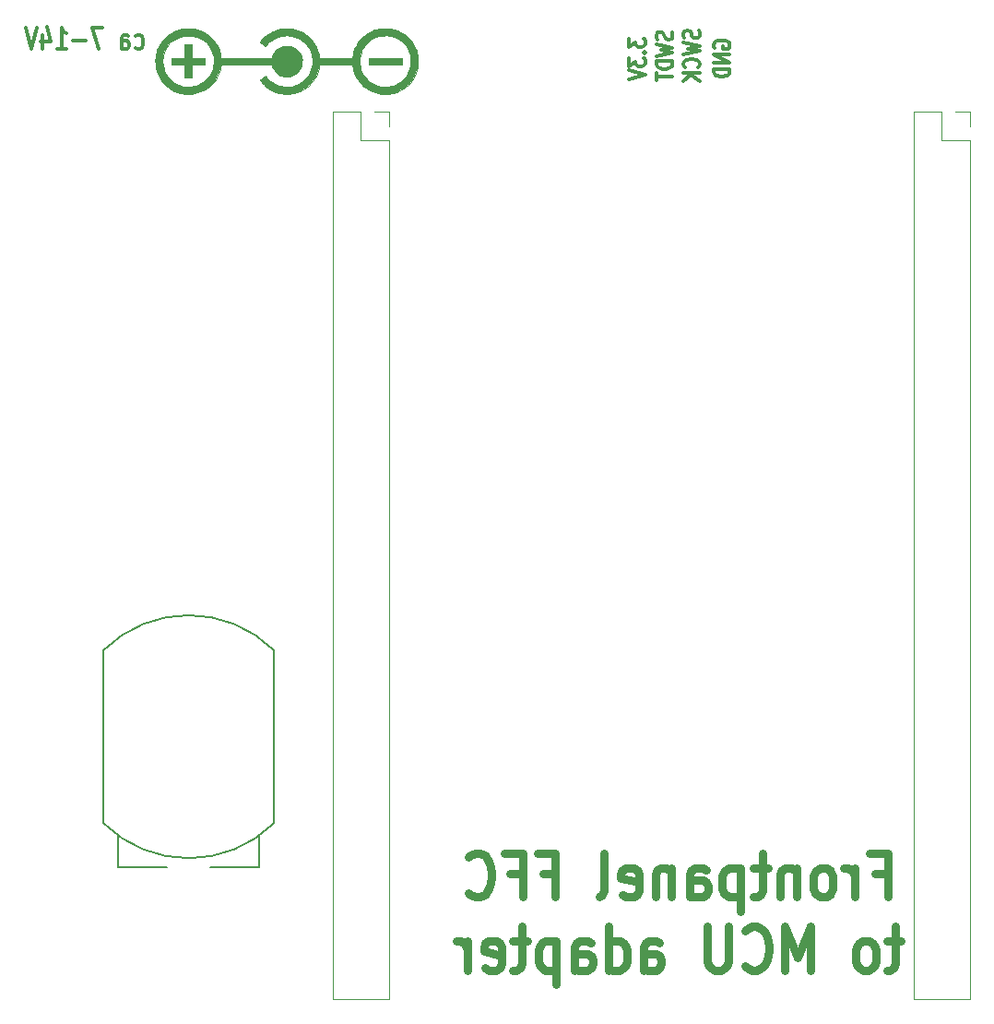
<source format=gbr>
%TF.GenerationSoftware,KiCad,Pcbnew,5.1.9-73d0e3b20d~88~ubuntu18.04.1*%
%TF.CreationDate,2020-12-31T09:15:49+01:00*%
%TF.ProjectId,frontpanel_dev_adapter,66726f6e-7470-4616-9e65-6c5f6465765f,r0.1*%
%TF.SameCoordinates,PX2faf080PY2faf080*%
%TF.FileFunction,Legend,Bot*%
%TF.FilePolarity,Positive*%
%FSLAX46Y46*%
G04 Gerber Fmt 4.6, Leading zero omitted, Abs format (unit mm)*
G04 Created by KiCad (PCBNEW 5.1.9-73d0e3b20d~88~ubuntu18.04.1) date 2020-12-31 09:15:49*
%MOMM*%
%LPD*%
G01*
G04 APERTURE LIST*
%ADD10C,0.300000*%
%ADD11C,0.750000*%
%ADD12C,0.375000*%
%ADD13C,0.010000*%
%ADD14C,0.120000*%
%ADD15C,0.200000*%
G04 APERTURE END LIST*
D10*
X69357142Y-1178571D02*
X69428571Y-1357142D01*
X69428571Y-1654761D01*
X69357142Y-1773809D01*
X69285714Y-1833333D01*
X69142857Y-1892857D01*
X69000000Y-1892857D01*
X68857142Y-1833333D01*
X68785714Y-1773809D01*
X68714285Y-1654761D01*
X68642857Y-1416666D01*
X68571428Y-1297619D01*
X68500000Y-1238095D01*
X68357142Y-1178571D01*
X68214285Y-1178571D01*
X68071428Y-1238095D01*
X68000000Y-1297619D01*
X67928571Y-1416666D01*
X67928571Y-1714285D01*
X68000000Y-1892857D01*
X67928571Y-2309523D02*
X69428571Y-2607142D01*
X68357142Y-2845238D01*
X69428571Y-3083333D01*
X67928571Y-3380952D01*
X69285714Y-4571428D02*
X69357142Y-4511904D01*
X69428571Y-4333333D01*
X69428571Y-4214285D01*
X69357142Y-4035714D01*
X69214285Y-3916666D01*
X69071428Y-3857142D01*
X68785714Y-3797619D01*
X68571428Y-3797619D01*
X68285714Y-3857142D01*
X68142857Y-3916666D01*
X68000000Y-4035714D01*
X67928571Y-4214285D01*
X67928571Y-4333333D01*
X68000000Y-4511904D01*
X68071428Y-4571428D01*
X69428571Y-5107142D02*
X67928571Y-5107142D01*
X69428571Y-5821428D02*
X68571428Y-5285714D01*
X67928571Y-5821428D02*
X68785714Y-5107142D01*
X70750000Y-2797619D02*
X70678571Y-2678571D01*
X70678571Y-2500000D01*
X70750000Y-2321428D01*
X70892857Y-2202380D01*
X71035714Y-2142857D01*
X71321428Y-2083333D01*
X71535714Y-2083333D01*
X71821428Y-2142857D01*
X71964285Y-2202380D01*
X72107142Y-2321428D01*
X72178571Y-2500000D01*
X72178571Y-2619047D01*
X72107142Y-2797619D01*
X72035714Y-2857142D01*
X71535714Y-2857142D01*
X71535714Y-2619047D01*
X72178571Y-3392857D02*
X70678571Y-3392857D01*
X72178571Y-4107142D01*
X70678571Y-4107142D01*
X72178571Y-4702380D02*
X70678571Y-4702380D01*
X70678571Y-5000000D01*
X70750000Y-5178571D01*
X70892857Y-5297619D01*
X71035714Y-5357142D01*
X71321428Y-5416666D01*
X71535714Y-5416666D01*
X71821428Y-5357142D01*
X71964285Y-5297619D01*
X72107142Y-5178571D01*
X72178571Y-5000000D01*
X72178571Y-4702380D01*
X66857142Y-1327380D02*
X66928571Y-1505952D01*
X66928571Y-1803571D01*
X66857142Y-1922619D01*
X66785714Y-1982142D01*
X66642857Y-2041666D01*
X66500000Y-2041666D01*
X66357142Y-1982142D01*
X66285714Y-1922619D01*
X66214285Y-1803571D01*
X66142857Y-1565476D01*
X66071428Y-1446428D01*
X66000000Y-1386904D01*
X65857142Y-1327380D01*
X65714285Y-1327380D01*
X65571428Y-1386904D01*
X65500000Y-1446428D01*
X65428571Y-1565476D01*
X65428571Y-1863095D01*
X65500000Y-2041666D01*
X65428571Y-2458333D02*
X66928571Y-2755952D01*
X65857142Y-2994047D01*
X66928571Y-3232142D01*
X65428571Y-3529761D01*
X66928571Y-4005952D02*
X65428571Y-4005952D01*
X65428571Y-4303571D01*
X65500000Y-4482142D01*
X65642857Y-4601190D01*
X65785714Y-4660714D01*
X66071428Y-4720238D01*
X66285714Y-4720238D01*
X66571428Y-4660714D01*
X66714285Y-4601190D01*
X66857142Y-4482142D01*
X66928571Y-4303571D01*
X66928571Y-4005952D01*
X65428571Y-5077380D02*
X65428571Y-5791666D01*
X66928571Y-5434523D02*
X65428571Y-5434523D01*
X62928571Y-1904761D02*
X62928571Y-2678571D01*
X63500000Y-2261904D01*
X63500000Y-2440476D01*
X63571428Y-2559523D01*
X63642857Y-2619047D01*
X63785714Y-2678571D01*
X64142857Y-2678571D01*
X64285714Y-2619047D01*
X64357142Y-2559523D01*
X64428571Y-2440476D01*
X64428571Y-2083333D01*
X64357142Y-1964285D01*
X64285714Y-1904761D01*
X64285714Y-3214285D02*
X64357142Y-3273809D01*
X64428571Y-3214285D01*
X64357142Y-3154761D01*
X64285714Y-3214285D01*
X64428571Y-3214285D01*
X62928571Y-3690476D02*
X62928571Y-4464285D01*
X63500000Y-4047619D01*
X63500000Y-4226190D01*
X63571428Y-4345238D01*
X63642857Y-4404761D01*
X63785714Y-4464285D01*
X64142857Y-4464285D01*
X64285714Y-4404761D01*
X64357142Y-4345238D01*
X64428571Y-4226190D01*
X64428571Y-3869047D01*
X64357142Y-3750000D01*
X64285714Y-3690476D01*
X62928571Y-4821428D02*
X64428571Y-5238095D01*
X62928571Y-5654761D01*
D11*
X85500000Y-78589285D02*
X86666666Y-78589285D01*
X86666666Y-80684523D02*
X86666666Y-76684523D01*
X85000000Y-76684523D01*
X83666666Y-80684523D02*
X83666666Y-78017857D01*
X83666666Y-78779761D02*
X83500000Y-78398809D01*
X83333333Y-78208333D01*
X83000000Y-78017857D01*
X82666666Y-78017857D01*
X81000000Y-80684523D02*
X81333333Y-80494047D01*
X81500000Y-80303571D01*
X81666666Y-79922619D01*
X81666666Y-78779761D01*
X81500000Y-78398809D01*
X81333333Y-78208333D01*
X81000000Y-78017857D01*
X80500000Y-78017857D01*
X80166666Y-78208333D01*
X80000000Y-78398809D01*
X79833333Y-78779761D01*
X79833333Y-79922619D01*
X80000000Y-80303571D01*
X80166666Y-80494047D01*
X80500000Y-80684523D01*
X81000000Y-80684523D01*
X78333333Y-78017857D02*
X78333333Y-80684523D01*
X78333333Y-78398809D02*
X78166666Y-78208333D01*
X77833333Y-78017857D01*
X77333333Y-78017857D01*
X77000000Y-78208333D01*
X76833333Y-78589285D01*
X76833333Y-80684523D01*
X75666666Y-78017857D02*
X74333333Y-78017857D01*
X75166666Y-76684523D02*
X75166666Y-80113095D01*
X75000000Y-80494047D01*
X74666666Y-80684523D01*
X74333333Y-80684523D01*
X73166666Y-78017857D02*
X73166666Y-82017857D01*
X73166666Y-78208333D02*
X72833333Y-78017857D01*
X72166666Y-78017857D01*
X71833333Y-78208333D01*
X71666666Y-78398809D01*
X71500000Y-78779761D01*
X71500000Y-79922619D01*
X71666666Y-80303571D01*
X71833333Y-80494047D01*
X72166666Y-80684523D01*
X72833333Y-80684523D01*
X73166666Y-80494047D01*
X68500000Y-80684523D02*
X68500000Y-78589285D01*
X68666666Y-78208333D01*
X69000000Y-78017857D01*
X69666666Y-78017857D01*
X70000000Y-78208333D01*
X68500000Y-80494047D02*
X68833333Y-80684523D01*
X69666666Y-80684523D01*
X70000000Y-80494047D01*
X70166666Y-80113095D01*
X70166666Y-79732142D01*
X70000000Y-79351190D01*
X69666666Y-79160714D01*
X68833333Y-79160714D01*
X68500000Y-78970238D01*
X66833333Y-78017857D02*
X66833333Y-80684523D01*
X66833333Y-78398809D02*
X66666666Y-78208333D01*
X66333333Y-78017857D01*
X65833333Y-78017857D01*
X65500000Y-78208333D01*
X65333333Y-78589285D01*
X65333333Y-80684523D01*
X62333333Y-80494047D02*
X62666666Y-80684523D01*
X63333333Y-80684523D01*
X63666666Y-80494047D01*
X63833333Y-80113095D01*
X63833333Y-78589285D01*
X63666666Y-78208333D01*
X63333333Y-78017857D01*
X62666666Y-78017857D01*
X62333333Y-78208333D01*
X62166666Y-78589285D01*
X62166666Y-78970238D01*
X63833333Y-79351190D01*
X60166666Y-80684523D02*
X60500000Y-80494047D01*
X60666666Y-80113095D01*
X60666666Y-76684523D01*
X55000000Y-78589285D02*
X56166666Y-78589285D01*
X56166666Y-80684523D02*
X56166666Y-76684523D01*
X54500000Y-76684523D01*
X52000000Y-78589285D02*
X53166666Y-78589285D01*
X53166666Y-80684523D02*
X53166666Y-76684523D01*
X51500000Y-76684523D01*
X48166666Y-80303571D02*
X48333333Y-80494047D01*
X48833333Y-80684523D01*
X49166666Y-80684523D01*
X49666666Y-80494047D01*
X50000000Y-80113095D01*
X50166666Y-79732142D01*
X50333333Y-78970238D01*
X50333333Y-78398809D01*
X50166666Y-77636904D01*
X50000000Y-77255952D01*
X49666666Y-76875000D01*
X49166666Y-76684523D01*
X48833333Y-76684523D01*
X48333333Y-76875000D01*
X48166666Y-77065476D01*
X87916666Y-84767857D02*
X86583333Y-84767857D01*
X87416666Y-83434523D02*
X87416666Y-86863095D01*
X87250000Y-87244047D01*
X86916666Y-87434523D01*
X86583333Y-87434523D01*
X84916666Y-87434523D02*
X85250000Y-87244047D01*
X85416666Y-87053571D01*
X85583333Y-86672619D01*
X85583333Y-85529761D01*
X85416666Y-85148809D01*
X85250000Y-84958333D01*
X84916666Y-84767857D01*
X84416666Y-84767857D01*
X84083333Y-84958333D01*
X83916666Y-85148809D01*
X83750000Y-85529761D01*
X83750000Y-86672619D01*
X83916666Y-87053571D01*
X84083333Y-87244047D01*
X84416666Y-87434523D01*
X84916666Y-87434523D01*
X79583333Y-87434523D02*
X79583333Y-83434523D01*
X78416666Y-86291666D01*
X77250000Y-83434523D01*
X77250000Y-87434523D01*
X73583333Y-87053571D02*
X73750000Y-87244047D01*
X74250000Y-87434523D01*
X74583333Y-87434523D01*
X75083333Y-87244047D01*
X75416666Y-86863095D01*
X75583333Y-86482142D01*
X75750000Y-85720238D01*
X75750000Y-85148809D01*
X75583333Y-84386904D01*
X75416666Y-84005952D01*
X75083333Y-83625000D01*
X74583333Y-83434523D01*
X74250000Y-83434523D01*
X73750000Y-83625000D01*
X73583333Y-83815476D01*
X72083333Y-83434523D02*
X72083333Y-86672619D01*
X71916666Y-87053571D01*
X71750000Y-87244047D01*
X71416666Y-87434523D01*
X70750000Y-87434523D01*
X70416666Y-87244047D01*
X70250000Y-87053571D01*
X70083333Y-86672619D01*
X70083333Y-83434523D01*
X64250000Y-87434523D02*
X64250000Y-85339285D01*
X64416666Y-84958333D01*
X64750000Y-84767857D01*
X65416666Y-84767857D01*
X65750000Y-84958333D01*
X64250000Y-87244047D02*
X64583333Y-87434523D01*
X65416666Y-87434523D01*
X65750000Y-87244047D01*
X65916666Y-86863095D01*
X65916666Y-86482142D01*
X65750000Y-86101190D01*
X65416666Y-85910714D01*
X64583333Y-85910714D01*
X64250000Y-85720238D01*
X61083333Y-87434523D02*
X61083333Y-83434523D01*
X61083333Y-87244047D02*
X61416666Y-87434523D01*
X62083333Y-87434523D01*
X62416666Y-87244047D01*
X62583333Y-87053571D01*
X62750000Y-86672619D01*
X62750000Y-85529761D01*
X62583333Y-85148809D01*
X62416666Y-84958333D01*
X62083333Y-84767857D01*
X61416666Y-84767857D01*
X61083333Y-84958333D01*
X57916666Y-87434523D02*
X57916666Y-85339285D01*
X58083333Y-84958333D01*
X58416666Y-84767857D01*
X59083333Y-84767857D01*
X59416666Y-84958333D01*
X57916666Y-87244047D02*
X58250000Y-87434523D01*
X59083333Y-87434523D01*
X59416666Y-87244047D01*
X59583333Y-86863095D01*
X59583333Y-86482142D01*
X59416666Y-86101190D01*
X59083333Y-85910714D01*
X58250000Y-85910714D01*
X57916666Y-85720238D01*
X56250000Y-84767857D02*
X56250000Y-88767857D01*
X56250000Y-84958333D02*
X55916666Y-84767857D01*
X55250000Y-84767857D01*
X54916666Y-84958333D01*
X54750000Y-85148809D01*
X54583333Y-85529761D01*
X54583333Y-86672619D01*
X54750000Y-87053571D01*
X54916666Y-87244047D01*
X55250000Y-87434523D01*
X55916666Y-87434523D01*
X56250000Y-87244047D01*
X53583333Y-84767857D02*
X52250000Y-84767857D01*
X53083333Y-83434523D02*
X53083333Y-86863095D01*
X52916666Y-87244047D01*
X52583333Y-87434523D01*
X52250000Y-87434523D01*
X49750000Y-87244047D02*
X50083333Y-87434523D01*
X50750000Y-87434523D01*
X51083333Y-87244047D01*
X51250000Y-86863095D01*
X51250000Y-85339285D01*
X51083333Y-84958333D01*
X50750000Y-84767857D01*
X50083333Y-84767857D01*
X49750000Y-84958333D01*
X49583333Y-85339285D01*
X49583333Y-85720238D01*
X51250000Y-86101190D01*
X48083333Y-87434523D02*
X48083333Y-84767857D01*
X48083333Y-85529761D02*
X47916666Y-85148809D01*
X47750000Y-84958333D01*
X47416666Y-84767857D01*
X47083333Y-84767857D01*
D12*
X17607142Y-2809523D02*
X17750000Y-2904761D01*
X18035714Y-2904761D01*
X18178571Y-2809523D01*
X18250000Y-2714285D01*
X18321428Y-2523809D01*
X18321428Y-1952380D01*
X18250000Y-1761904D01*
X18178571Y-1666666D01*
X18035714Y-1571428D01*
X17750000Y-1571428D01*
X17607142Y-1666666D01*
X16321428Y-2904761D02*
X16321428Y-1857142D01*
X16392857Y-1666666D01*
X16535714Y-1571428D01*
X16821428Y-1571428D01*
X16964285Y-1666666D01*
X16321428Y-2809523D02*
X16464285Y-2904761D01*
X16821428Y-2904761D01*
X16964285Y-2809523D01*
X17035714Y-2619047D01*
X17035714Y-2428571D01*
X16964285Y-2238095D01*
X16821428Y-2142857D01*
X16464285Y-2142857D01*
X16321428Y-2047619D01*
X14607142Y-904761D02*
X13607142Y-904761D01*
X14250000Y-2904761D01*
X13035714Y-2142857D02*
X11892857Y-2142857D01*
X10392857Y-2904761D02*
X11250000Y-2904761D01*
X10821428Y-2904761D02*
X10821428Y-904761D01*
X10964285Y-1190476D01*
X11107142Y-1380952D01*
X11250000Y-1476190D01*
X9107142Y-1571428D02*
X9107142Y-2904761D01*
X9464285Y-809523D02*
X9821428Y-2238095D01*
X8892857Y-2238095D01*
X8535714Y-904761D02*
X8035714Y-2904761D01*
X7535714Y-904761D01*
D13*
%TO.C,REF\u002A\u002A*%
G36*
X31215744Y-998872D02*
G01*
X30952575Y-1034983D01*
X30692878Y-1094910D01*
X30487772Y-1160535D01*
X30231853Y-1266325D01*
X29987580Y-1394094D01*
X29756162Y-1542939D01*
X29538811Y-1711958D01*
X29336734Y-1900249D01*
X29151142Y-2106909D01*
X29056522Y-2228088D01*
X29023068Y-2273156D01*
X29283476Y-2454424D01*
X29355192Y-2503954D01*
X29420515Y-2548325D01*
X29476502Y-2585598D01*
X29520210Y-2613833D01*
X29548696Y-2631092D01*
X29558598Y-2635693D01*
X29573099Y-2626301D01*
X29596877Y-2601697D01*
X29624325Y-2567800D01*
X29767206Y-2397816D01*
X29929754Y-2240579D01*
X30108964Y-2097958D01*
X30301829Y-1971818D01*
X30505345Y-1864029D01*
X30716504Y-1776457D01*
X30932302Y-1710970D01*
X31042297Y-1686844D01*
X31282963Y-1653363D01*
X31523002Y-1644217D01*
X31760705Y-1658889D01*
X31994363Y-1696861D01*
X32222270Y-1757618D01*
X32442717Y-1840642D01*
X32653994Y-1945416D01*
X32854395Y-2071424D01*
X33042211Y-2218148D01*
X33159937Y-2327568D01*
X33325706Y-2509624D01*
X33469395Y-2703671D01*
X33591049Y-2909802D01*
X33690714Y-3128108D01*
X33768438Y-3358680D01*
X33824266Y-3601610D01*
X33834213Y-3660499D01*
X33845559Y-3757379D01*
X33852486Y-3870783D01*
X33854991Y-3992636D01*
X33853070Y-4114862D01*
X33846722Y-4229384D01*
X33835943Y-4328126D01*
X33834469Y-4337789D01*
X33784095Y-4580493D01*
X33711559Y-4813307D01*
X33617667Y-5034956D01*
X33503224Y-5244164D01*
X33369035Y-5439658D01*
X33215905Y-5620161D01*
X33044638Y-5784399D01*
X32856041Y-5931096D01*
X32807722Y-5963926D01*
X32597975Y-6088025D01*
X32379554Y-6189266D01*
X32154151Y-6267417D01*
X31923460Y-6322247D01*
X31689171Y-6353523D01*
X31452977Y-6361015D01*
X31216569Y-6344490D01*
X30981639Y-6303717D01*
X30765197Y-6243581D01*
X30537461Y-6155388D01*
X30321548Y-6045446D01*
X30118845Y-5914717D01*
X29930737Y-5764161D01*
X29758611Y-5594741D01*
X29655061Y-5473836D01*
X29561660Y-5357029D01*
X29502884Y-5399058D01*
X29473874Y-5419575D01*
X29428610Y-5451308D01*
X29371521Y-5491166D01*
X29307035Y-5536058D01*
X29239777Y-5582754D01*
X29177220Y-5626501D01*
X29122405Y-5665552D01*
X29078459Y-5697618D01*
X29048513Y-5720410D01*
X29035697Y-5731640D01*
X29035445Y-5732202D01*
X29043476Y-5749257D01*
X29065679Y-5781416D01*
X29099218Y-5825259D01*
X29141256Y-5877364D01*
X29188957Y-5934311D01*
X29239486Y-5992677D01*
X29290005Y-6049043D01*
X29337680Y-6099988D01*
X29355552Y-6118319D01*
X29559398Y-6307021D01*
X29775877Y-6474233D01*
X30004024Y-6619550D01*
X30242874Y-6742570D01*
X30491461Y-6842889D01*
X30748819Y-6920101D01*
X31013984Y-6973804D01*
X31285989Y-7003594D01*
X31487425Y-7010009D01*
X31743699Y-7001123D01*
X31986153Y-6973925D01*
X32219254Y-6927366D01*
X32447468Y-6860401D01*
X32675259Y-6771983D01*
X32848534Y-6690949D01*
X33087073Y-6557788D01*
X33311248Y-6404378D01*
X33519904Y-6231867D01*
X33711883Y-6041403D01*
X33886027Y-5834133D01*
X34041180Y-5611206D01*
X34176135Y-5373868D01*
X34289227Y-5126949D01*
X34378205Y-4876394D01*
X34444096Y-4619067D01*
X34470293Y-4477107D01*
X34498492Y-4301682D01*
X37541930Y-4308070D01*
X37551432Y-4396089D01*
X37584346Y-4609191D01*
X37636827Y-4829042D01*
X37706756Y-5049657D01*
X37792014Y-5265049D01*
X37890482Y-5469234D01*
X37994240Y-5647228D01*
X38091951Y-5788520D01*
X38203809Y-5931369D01*
X38324788Y-6070155D01*
X38449861Y-6199258D01*
X38574001Y-6313056D01*
X38633232Y-6361737D01*
X38858571Y-6523770D01*
X39093664Y-6662626D01*
X39338465Y-6778289D01*
X39592929Y-6870744D01*
X39857010Y-6939973D01*
X40130664Y-6985961D01*
X40413844Y-7008692D01*
X40471732Y-7010449D01*
X40548547Y-7011815D01*
X40620133Y-7012465D01*
X40681259Y-7012398D01*
X40726699Y-7011615D01*
X40748366Y-7010459D01*
X40918838Y-6991313D01*
X41070515Y-6969320D01*
X41209697Y-6943227D01*
X41342687Y-6911783D01*
X41475787Y-6873736D01*
X41540544Y-6853095D01*
X41791003Y-6757922D01*
X42029277Y-6641341D01*
X42254320Y-6504491D01*
X42465087Y-6348512D01*
X42660533Y-6174541D01*
X42839612Y-5983718D01*
X43001277Y-5777183D01*
X43144485Y-5556073D01*
X43268188Y-5321529D01*
X43371342Y-5074689D01*
X43452901Y-4816692D01*
X43469501Y-4751783D01*
X43495396Y-4640579D01*
X43515476Y-4540777D01*
X43530408Y-4446295D01*
X43540860Y-4351052D01*
X43547499Y-4248966D01*
X43550993Y-4133958D01*
X43552008Y-4000000D01*
X43551961Y-3993713D01*
X42892277Y-3993713D01*
X42880589Y-4243496D01*
X42845747Y-4485570D01*
X42788088Y-4718899D01*
X42707945Y-4942444D01*
X42605653Y-5155171D01*
X42481549Y-5356040D01*
X42428562Y-5429281D01*
X42276416Y-5610349D01*
X42107296Y-5773641D01*
X41922872Y-5918261D01*
X41724812Y-6043313D01*
X41514783Y-6147901D01*
X41294455Y-6231129D01*
X41065495Y-6292102D01*
X40829571Y-6329924D01*
X40735792Y-6338223D01*
X40676993Y-6342248D01*
X40625609Y-6345769D01*
X40588000Y-6348348D01*
X40572326Y-6349427D01*
X40550981Y-6349184D01*
X40509949Y-6347311D01*
X40454617Y-6344099D01*
X40390374Y-6339841D01*
X40371841Y-6338524D01*
X40127380Y-6309016D01*
X39892608Y-6257086D01*
X39668570Y-6183783D01*
X39456314Y-6090152D01*
X39256886Y-5977241D01*
X39071332Y-5846096D01*
X38900700Y-5697765D01*
X38746035Y-5533294D01*
X38608384Y-5353730D01*
X38488794Y-5160120D01*
X38388311Y-4953511D01*
X38307981Y-4734949D01*
X38248851Y-4505482D01*
X38211969Y-4266157D01*
X38203799Y-4169753D01*
X38199129Y-3920720D01*
X38217617Y-3677934D01*
X38258571Y-3442640D01*
X38321300Y-3216084D01*
X38405113Y-2999512D01*
X38509318Y-2794169D01*
X38633224Y-2601300D01*
X38776140Y-2422152D01*
X38937374Y-2257969D01*
X39116236Y-2109996D01*
X39312033Y-1979481D01*
X39466054Y-1895549D01*
X39684917Y-1800547D01*
X39912286Y-1728267D01*
X40145855Y-1678726D01*
X40383323Y-1651938D01*
X40622385Y-1647919D01*
X40860736Y-1666685D01*
X41096074Y-1708252D01*
X41326095Y-1772634D01*
X41548494Y-1859848D01*
X41594271Y-1881188D01*
X41803883Y-1995248D01*
X41997469Y-2128051D01*
X42174261Y-2278348D01*
X42333495Y-2444892D01*
X42474402Y-2626436D01*
X42596216Y-2821731D01*
X42698171Y-3029530D01*
X42779501Y-3248587D01*
X42839438Y-3477652D01*
X42877216Y-3715479D01*
X42892070Y-3960821D01*
X42892277Y-3993713D01*
X43551961Y-3993713D01*
X43550991Y-3866165D01*
X43547509Y-3751286D01*
X43540919Y-3649237D01*
X43530579Y-3553894D01*
X43515845Y-3459131D01*
X43496075Y-3358820D01*
X43474779Y-3264406D01*
X43400651Y-3002510D01*
X43304584Y-2751871D01*
X43187615Y-2513511D01*
X43050777Y-2288452D01*
X42895105Y-2077719D01*
X42721632Y-1882333D01*
X42531395Y-1703316D01*
X42325425Y-1541693D01*
X42104760Y-1398484D01*
X41870432Y-1274713D01*
X41623476Y-1171403D01*
X41364926Y-1089576D01*
X41245049Y-1060030D01*
X41141728Y-1037696D01*
X41050281Y-1020410D01*
X40964751Y-1007575D01*
X40879180Y-998593D01*
X40787608Y-992868D01*
X40684078Y-989800D01*
X40562632Y-988794D01*
X40534604Y-988788D01*
X40399914Y-990009D01*
X40284027Y-993863D01*
X40180673Y-1001015D01*
X40083585Y-1012124D01*
X39986493Y-1027852D01*
X39883129Y-1048862D01*
X39812345Y-1065019D01*
X39566823Y-1134558D01*
X39325035Y-1225906D01*
X39091406Y-1336974D01*
X38870362Y-1465669D01*
X38678007Y-1600851D01*
X38586506Y-1675786D01*
X38488030Y-1764086D01*
X38389098Y-1859408D01*
X38296233Y-1955405D01*
X38215956Y-2045730D01*
X38196047Y-2069852D01*
X38044923Y-2275264D01*
X37910609Y-2495871D01*
X37794631Y-2728154D01*
X37698516Y-2968592D01*
X37623789Y-3213665D01*
X37571976Y-3459854D01*
X37560949Y-3534753D01*
X37553751Y-3587446D01*
X37547050Y-3633363D01*
X37542012Y-3664603D01*
X37541000Y-3669926D01*
X37535164Y-3698218D01*
X34492673Y-3698218D01*
X34492673Y-3668411D01*
X34490028Y-3635940D01*
X34482783Y-3584545D01*
X34471976Y-3519813D01*
X34458641Y-3447329D01*
X34443815Y-3372678D01*
X34428534Y-3301447D01*
X34413835Y-3239221D01*
X34411010Y-3228171D01*
X34333687Y-2979725D01*
X34233013Y-2737303D01*
X34110485Y-2503058D01*
X33967601Y-2279139D01*
X33805857Y-2067697D01*
X33626752Y-1870883D01*
X33431781Y-1690848D01*
X33234549Y-1538247D01*
X33007065Y-1392562D01*
X32768951Y-1268752D01*
X32521970Y-1167062D01*
X32267883Y-1087732D01*
X32008455Y-1031006D01*
X31745447Y-997125D01*
X31480622Y-986333D01*
X31215744Y-998872D01*
G37*
X31215744Y-998872D02*
X30952575Y-1034983D01*
X30692878Y-1094910D01*
X30487772Y-1160535D01*
X30231853Y-1266325D01*
X29987580Y-1394094D01*
X29756162Y-1542939D01*
X29538811Y-1711958D01*
X29336734Y-1900249D01*
X29151142Y-2106909D01*
X29056522Y-2228088D01*
X29023068Y-2273156D01*
X29283476Y-2454424D01*
X29355192Y-2503954D01*
X29420515Y-2548325D01*
X29476502Y-2585598D01*
X29520210Y-2613833D01*
X29548696Y-2631092D01*
X29558598Y-2635693D01*
X29573099Y-2626301D01*
X29596877Y-2601697D01*
X29624325Y-2567800D01*
X29767206Y-2397816D01*
X29929754Y-2240579D01*
X30108964Y-2097958D01*
X30301829Y-1971818D01*
X30505345Y-1864029D01*
X30716504Y-1776457D01*
X30932302Y-1710970D01*
X31042297Y-1686844D01*
X31282963Y-1653363D01*
X31523002Y-1644217D01*
X31760705Y-1658889D01*
X31994363Y-1696861D01*
X32222270Y-1757618D01*
X32442717Y-1840642D01*
X32653994Y-1945416D01*
X32854395Y-2071424D01*
X33042211Y-2218148D01*
X33159937Y-2327568D01*
X33325706Y-2509624D01*
X33469395Y-2703671D01*
X33591049Y-2909802D01*
X33690714Y-3128108D01*
X33768438Y-3358680D01*
X33824266Y-3601610D01*
X33834213Y-3660499D01*
X33845559Y-3757379D01*
X33852486Y-3870783D01*
X33854991Y-3992636D01*
X33853070Y-4114862D01*
X33846722Y-4229384D01*
X33835943Y-4328126D01*
X33834469Y-4337789D01*
X33784095Y-4580493D01*
X33711559Y-4813307D01*
X33617667Y-5034956D01*
X33503224Y-5244164D01*
X33369035Y-5439658D01*
X33215905Y-5620161D01*
X33044638Y-5784399D01*
X32856041Y-5931096D01*
X32807722Y-5963926D01*
X32597975Y-6088025D01*
X32379554Y-6189266D01*
X32154151Y-6267417D01*
X31923460Y-6322247D01*
X31689171Y-6353523D01*
X31452977Y-6361015D01*
X31216569Y-6344490D01*
X30981639Y-6303717D01*
X30765197Y-6243581D01*
X30537461Y-6155388D01*
X30321548Y-6045446D01*
X30118845Y-5914717D01*
X29930737Y-5764161D01*
X29758611Y-5594741D01*
X29655061Y-5473836D01*
X29561660Y-5357029D01*
X29502884Y-5399058D01*
X29473874Y-5419575D01*
X29428610Y-5451308D01*
X29371521Y-5491166D01*
X29307035Y-5536058D01*
X29239777Y-5582754D01*
X29177220Y-5626501D01*
X29122405Y-5665552D01*
X29078459Y-5697618D01*
X29048513Y-5720410D01*
X29035697Y-5731640D01*
X29035445Y-5732202D01*
X29043476Y-5749257D01*
X29065679Y-5781416D01*
X29099218Y-5825259D01*
X29141256Y-5877364D01*
X29188957Y-5934311D01*
X29239486Y-5992677D01*
X29290005Y-6049043D01*
X29337680Y-6099988D01*
X29355552Y-6118319D01*
X29559398Y-6307021D01*
X29775877Y-6474233D01*
X30004024Y-6619550D01*
X30242874Y-6742570D01*
X30491461Y-6842889D01*
X30748819Y-6920101D01*
X31013984Y-6973804D01*
X31285989Y-7003594D01*
X31487425Y-7010009D01*
X31743699Y-7001123D01*
X31986153Y-6973925D01*
X32219254Y-6927366D01*
X32447468Y-6860401D01*
X32675259Y-6771983D01*
X32848534Y-6690949D01*
X33087073Y-6557788D01*
X33311248Y-6404378D01*
X33519904Y-6231867D01*
X33711883Y-6041403D01*
X33886027Y-5834133D01*
X34041180Y-5611206D01*
X34176135Y-5373868D01*
X34289227Y-5126949D01*
X34378205Y-4876394D01*
X34444096Y-4619067D01*
X34470293Y-4477107D01*
X34498492Y-4301682D01*
X37541930Y-4308070D01*
X37551432Y-4396089D01*
X37584346Y-4609191D01*
X37636827Y-4829042D01*
X37706756Y-5049657D01*
X37792014Y-5265049D01*
X37890482Y-5469234D01*
X37994240Y-5647228D01*
X38091951Y-5788520D01*
X38203809Y-5931369D01*
X38324788Y-6070155D01*
X38449861Y-6199258D01*
X38574001Y-6313056D01*
X38633232Y-6361737D01*
X38858571Y-6523770D01*
X39093664Y-6662626D01*
X39338465Y-6778289D01*
X39592929Y-6870744D01*
X39857010Y-6939973D01*
X40130664Y-6985961D01*
X40413844Y-7008692D01*
X40471732Y-7010449D01*
X40548547Y-7011815D01*
X40620133Y-7012465D01*
X40681259Y-7012398D01*
X40726699Y-7011615D01*
X40748366Y-7010459D01*
X40918838Y-6991313D01*
X41070515Y-6969320D01*
X41209697Y-6943227D01*
X41342687Y-6911783D01*
X41475787Y-6873736D01*
X41540544Y-6853095D01*
X41791003Y-6757922D01*
X42029277Y-6641341D01*
X42254320Y-6504491D01*
X42465087Y-6348512D01*
X42660533Y-6174541D01*
X42839612Y-5983718D01*
X43001277Y-5777183D01*
X43144485Y-5556073D01*
X43268188Y-5321529D01*
X43371342Y-5074689D01*
X43452901Y-4816692D01*
X43469501Y-4751783D01*
X43495396Y-4640579D01*
X43515476Y-4540777D01*
X43530408Y-4446295D01*
X43540860Y-4351052D01*
X43547499Y-4248966D01*
X43550993Y-4133958D01*
X43552008Y-4000000D01*
X43551961Y-3993713D01*
X42892277Y-3993713D01*
X42880589Y-4243496D01*
X42845747Y-4485570D01*
X42788088Y-4718899D01*
X42707945Y-4942444D01*
X42605653Y-5155171D01*
X42481549Y-5356040D01*
X42428562Y-5429281D01*
X42276416Y-5610349D01*
X42107296Y-5773641D01*
X41922872Y-5918261D01*
X41724812Y-6043313D01*
X41514783Y-6147901D01*
X41294455Y-6231129D01*
X41065495Y-6292102D01*
X40829571Y-6329924D01*
X40735792Y-6338223D01*
X40676993Y-6342248D01*
X40625609Y-6345769D01*
X40588000Y-6348348D01*
X40572326Y-6349427D01*
X40550981Y-6349184D01*
X40509949Y-6347311D01*
X40454617Y-6344099D01*
X40390374Y-6339841D01*
X40371841Y-6338524D01*
X40127380Y-6309016D01*
X39892608Y-6257086D01*
X39668570Y-6183783D01*
X39456314Y-6090152D01*
X39256886Y-5977241D01*
X39071332Y-5846096D01*
X38900700Y-5697765D01*
X38746035Y-5533294D01*
X38608384Y-5353730D01*
X38488794Y-5160120D01*
X38388311Y-4953511D01*
X38307981Y-4734949D01*
X38248851Y-4505482D01*
X38211969Y-4266157D01*
X38203799Y-4169753D01*
X38199129Y-3920720D01*
X38217617Y-3677934D01*
X38258571Y-3442640D01*
X38321300Y-3216084D01*
X38405113Y-2999512D01*
X38509318Y-2794169D01*
X38633224Y-2601300D01*
X38776140Y-2422152D01*
X38937374Y-2257969D01*
X39116236Y-2109996D01*
X39312033Y-1979481D01*
X39466054Y-1895549D01*
X39684917Y-1800547D01*
X39912286Y-1728267D01*
X40145855Y-1678726D01*
X40383323Y-1651938D01*
X40622385Y-1647919D01*
X40860736Y-1666685D01*
X41096074Y-1708252D01*
X41326095Y-1772634D01*
X41548494Y-1859848D01*
X41594271Y-1881188D01*
X41803883Y-1995248D01*
X41997469Y-2128051D01*
X42174261Y-2278348D01*
X42333495Y-2444892D01*
X42474402Y-2626436D01*
X42596216Y-2821731D01*
X42698171Y-3029530D01*
X42779501Y-3248587D01*
X42839438Y-3477652D01*
X42877216Y-3715479D01*
X42892070Y-3960821D01*
X42892277Y-3993713D01*
X43551961Y-3993713D01*
X43550991Y-3866165D01*
X43547509Y-3751286D01*
X43540919Y-3649237D01*
X43530579Y-3553894D01*
X43515845Y-3459131D01*
X43496075Y-3358820D01*
X43474779Y-3264406D01*
X43400651Y-3002510D01*
X43304584Y-2751871D01*
X43187615Y-2513511D01*
X43050777Y-2288452D01*
X42895105Y-2077719D01*
X42721632Y-1882333D01*
X42531395Y-1703316D01*
X42325425Y-1541693D01*
X42104760Y-1398484D01*
X41870432Y-1274713D01*
X41623476Y-1171403D01*
X41364926Y-1089576D01*
X41245049Y-1060030D01*
X41141728Y-1037696D01*
X41050281Y-1020410D01*
X40964751Y-1007575D01*
X40879180Y-998593D01*
X40787608Y-992868D01*
X40684078Y-989800D01*
X40562632Y-988794D01*
X40534604Y-988788D01*
X40399914Y-990009D01*
X40284027Y-993863D01*
X40180673Y-1001015D01*
X40083585Y-1012124D01*
X39986493Y-1027852D01*
X39883129Y-1048862D01*
X39812345Y-1065019D01*
X39566823Y-1134558D01*
X39325035Y-1225906D01*
X39091406Y-1336974D01*
X38870362Y-1465669D01*
X38678007Y-1600851D01*
X38586506Y-1675786D01*
X38488030Y-1764086D01*
X38389098Y-1859408D01*
X38296233Y-1955405D01*
X38215956Y-2045730D01*
X38196047Y-2069852D01*
X38044923Y-2275264D01*
X37910609Y-2495871D01*
X37794631Y-2728154D01*
X37698516Y-2968592D01*
X37623789Y-3213665D01*
X37571976Y-3459854D01*
X37560949Y-3534753D01*
X37553751Y-3587446D01*
X37547050Y-3633363D01*
X37542012Y-3664603D01*
X37541000Y-3669926D01*
X37535164Y-3698218D01*
X34492673Y-3698218D01*
X34492673Y-3668411D01*
X34490028Y-3635940D01*
X34482783Y-3584545D01*
X34471976Y-3519813D01*
X34458641Y-3447329D01*
X34443815Y-3372678D01*
X34428534Y-3301447D01*
X34413835Y-3239221D01*
X34411010Y-3228171D01*
X34333687Y-2979725D01*
X34233013Y-2737303D01*
X34110485Y-2503058D01*
X33967601Y-2279139D01*
X33805857Y-2067697D01*
X33626752Y-1870883D01*
X33431781Y-1690848D01*
X33234549Y-1538247D01*
X33007065Y-1392562D01*
X32768951Y-1268752D01*
X32521970Y-1167062D01*
X32267883Y-1087732D01*
X32008455Y-1031006D01*
X31745447Y-997125D01*
X31480622Y-986333D01*
X31215744Y-998872D01*
G36*
X22325143Y-985352D02*
G01*
X22215976Y-989561D01*
X22162719Y-993539D01*
X21894538Y-1030082D01*
X21631342Y-1089392D01*
X21375379Y-1170554D01*
X21128897Y-1272654D01*
X20894145Y-1394776D01*
X20673370Y-1536007D01*
X20497524Y-1671108D01*
X20298399Y-1853650D01*
X20117957Y-2052612D01*
X19956979Y-2266754D01*
X19816245Y-2494838D01*
X19696532Y-2735623D01*
X19598620Y-2987869D01*
X19535364Y-3201549D01*
X19481602Y-3456313D01*
X19448398Y-3718125D01*
X19435843Y-3982526D01*
X19444030Y-4245057D01*
X19473050Y-4501257D01*
X19505113Y-4671311D01*
X19576908Y-4940062D01*
X19670324Y-5197173D01*
X19784731Y-5441710D01*
X19919499Y-5672735D01*
X20073998Y-5889311D01*
X20247597Y-6090501D01*
X20439668Y-6275370D01*
X20649580Y-6442980D01*
X20738134Y-6504804D01*
X20969936Y-6645671D01*
X21211925Y-6763787D01*
X21464626Y-6859355D01*
X21728566Y-6932574D01*
X21984893Y-6980834D01*
X22049334Y-6988743D01*
X22128923Y-6996003D01*
X22218322Y-7002373D01*
X22312193Y-7007614D01*
X22405196Y-7011484D01*
X22491993Y-7013745D01*
X22567245Y-7014155D01*
X22625614Y-7012474D01*
X22647722Y-7010670D01*
X22678934Y-7007233D01*
X22727447Y-7002019D01*
X22785549Y-6995854D01*
X22823762Y-6991837D01*
X23072235Y-6953789D01*
X23321053Y-6892397D01*
X23566628Y-6809154D01*
X23805371Y-6705555D01*
X24033696Y-6583096D01*
X24248015Y-6443269D01*
X24376683Y-6344941D01*
X24458737Y-6274354D01*
X24548605Y-6190585D01*
X24639491Y-6100408D01*
X24724593Y-6010595D01*
X24797115Y-5927921D01*
X24805654Y-5917575D01*
X24952453Y-5719178D01*
X25083364Y-5503255D01*
X25197128Y-5272735D01*
X25292489Y-5030547D01*
X25368187Y-4779620D01*
X25422964Y-4522882D01*
X25433583Y-4455817D01*
X25456222Y-4301782D01*
X27786921Y-4301782D01*
X28081443Y-4301813D01*
X28351726Y-4301908D01*
X28598680Y-4302075D01*
X28823214Y-4302318D01*
X29026238Y-4302645D01*
X29208661Y-4303061D01*
X29371394Y-4303573D01*
X29515345Y-4304186D01*
X29641424Y-4304907D01*
X29750541Y-4305742D01*
X29843606Y-4306697D01*
X29921527Y-4307778D01*
X29985215Y-4308992D01*
X30035579Y-4310343D01*
X30073529Y-4311840D01*
X30099974Y-4313486D01*
X30115824Y-4315290D01*
X30121989Y-4317256D01*
X30122120Y-4317500D01*
X30172827Y-4476421D01*
X30228895Y-4614878D01*
X30292807Y-4737391D01*
X30367043Y-4848478D01*
X30454085Y-4952660D01*
X30493453Y-4993825D01*
X30628728Y-5113268D01*
X30776164Y-5212215D01*
X30933467Y-5290661D01*
X31098342Y-5348604D01*
X31268494Y-5386040D01*
X31441628Y-5402966D01*
X31615450Y-5399379D01*
X31787664Y-5375275D01*
X31955977Y-5330650D01*
X32118093Y-5265503D01*
X32271717Y-5179829D01*
X32414555Y-5073625D01*
X32497447Y-4996705D01*
X32619461Y-4858261D01*
X32718275Y-4712292D01*
X32795267Y-4556607D01*
X32826614Y-4472636D01*
X32875202Y-4291073D01*
X32900427Y-4108158D01*
X32901845Y-4004344D01*
X24797920Y-4004344D01*
X24787239Y-4247590D01*
X24754801Y-4479902D01*
X24700020Y-4703923D01*
X24622306Y-4922297D01*
X24565272Y-5049951D01*
X24451884Y-5257535D01*
X24319258Y-5449778D01*
X24168723Y-5625814D01*
X24001607Y-5784775D01*
X23819239Y-5925794D01*
X23622947Y-6048002D01*
X23414060Y-6150533D01*
X23193907Y-6232520D01*
X22963815Y-6293094D01*
X22725115Y-6331388D01*
X22584851Y-6342962D01*
X22539507Y-6345526D01*
X22499896Y-6347920D01*
X22484257Y-6348950D01*
X22460364Y-6348885D01*
X22417104Y-6347147D01*
X22360183Y-6344021D01*
X22295305Y-6339792D01*
X22280914Y-6338769D01*
X22034058Y-6309097D01*
X21797185Y-6256947D01*
X21571321Y-6183209D01*
X21357491Y-6088772D01*
X21156722Y-5974528D01*
X20970038Y-5841366D01*
X20798466Y-5690176D01*
X20643030Y-5521849D01*
X20504757Y-5337274D01*
X20384672Y-5137342D01*
X20283801Y-4922942D01*
X20203169Y-4694965D01*
X20151147Y-4490396D01*
X20135222Y-4396023D01*
X20122662Y-4283696D01*
X20113747Y-4160418D01*
X20108756Y-4033195D01*
X20107969Y-3909030D01*
X20111665Y-3794927D01*
X20119664Y-3701572D01*
X20161821Y-3455427D01*
X20226150Y-3220657D01*
X20312254Y-2997915D01*
X20419734Y-2787853D01*
X20548192Y-2591126D01*
X20697231Y-2408387D01*
X20866451Y-2240288D01*
X21055455Y-2087483D01*
X21138812Y-2029246D01*
X21331130Y-1915361D01*
X21536868Y-1821185D01*
X21753426Y-1747041D01*
X21978205Y-1693255D01*
X22208604Y-1660149D01*
X22442023Y-1648048D01*
X22675863Y-1657274D01*
X22907522Y-1688153D01*
X23134402Y-1741007D01*
X23226138Y-1769337D01*
X23449560Y-1856375D01*
X23659402Y-1963986D01*
X23854717Y-2090996D01*
X24034554Y-2236231D01*
X24197966Y-2398517D01*
X24344004Y-2576681D01*
X24471719Y-2769549D01*
X24580164Y-2975947D01*
X24668388Y-3194701D01*
X24735444Y-3424637D01*
X24780383Y-3664582D01*
X24784730Y-3697888D01*
X24789468Y-3749574D01*
X24793451Y-3818586D01*
X24796343Y-3897106D01*
X24797808Y-3977316D01*
X24797920Y-4004344D01*
X32901845Y-4004344D01*
X32902915Y-3926057D01*
X32883295Y-3746936D01*
X32842196Y-3572961D01*
X32780244Y-3406296D01*
X32698068Y-3249108D01*
X32596295Y-3103563D01*
X32475555Y-2971826D01*
X32363789Y-2876353D01*
X32212718Y-2776549D01*
X32050818Y-2698111D01*
X31880623Y-2641103D01*
X31704671Y-2605588D01*
X31525498Y-2591630D01*
X31345638Y-2599292D01*
X31167628Y-2628637D01*
X30994004Y-2679728D01*
X30827302Y-2752631D01*
X30688960Y-2834461D01*
X30647436Y-2865287D01*
X30596063Y-2907642D01*
X30542527Y-2955030D01*
X30509865Y-2985791D01*
X30401129Y-3103370D01*
X30309704Y-3229455D01*
X30233459Y-3367868D01*
X30170266Y-3522432D01*
X30121741Y-3682500D01*
X30116714Y-3684486D01*
X30102112Y-3686308D01*
X30077026Y-3687973D01*
X30040547Y-3689486D01*
X29991764Y-3690854D01*
X29929769Y-3692084D01*
X29853652Y-3693180D01*
X29762504Y-3694150D01*
X29655415Y-3694998D01*
X29531476Y-3695733D01*
X29389778Y-3696359D01*
X29229412Y-3696882D01*
X29049467Y-3697310D01*
X28849035Y-3697647D01*
X28627206Y-3697900D01*
X28383070Y-3698076D01*
X28115719Y-3698179D01*
X27824243Y-3698218D01*
X25454251Y-3698218D01*
X25445623Y-3619629D01*
X25422577Y-3461944D01*
X25387672Y-3292647D01*
X25343245Y-3120886D01*
X25291629Y-2955810D01*
X25243000Y-2825507D01*
X25128703Y-2577705D01*
X24994454Y-2344560D01*
X24841293Y-2126879D01*
X24670261Y-1925468D01*
X24482397Y-1741134D01*
X24278741Y-1574686D01*
X24060335Y-1426930D01*
X23828217Y-1298674D01*
X23583427Y-1190724D01*
X23327007Y-1103888D01*
X23059995Y-1038973D01*
X22907164Y-1012635D01*
X22810876Y-1001374D01*
X22697047Y-992824D01*
X22573160Y-987175D01*
X22446698Y-984620D01*
X22325143Y-985352D01*
G37*
X22325143Y-985352D02*
X22215976Y-989561D01*
X22162719Y-993539D01*
X21894538Y-1030082D01*
X21631342Y-1089392D01*
X21375379Y-1170554D01*
X21128897Y-1272654D01*
X20894145Y-1394776D01*
X20673370Y-1536007D01*
X20497524Y-1671108D01*
X20298399Y-1853650D01*
X20117957Y-2052612D01*
X19956979Y-2266754D01*
X19816245Y-2494838D01*
X19696532Y-2735623D01*
X19598620Y-2987869D01*
X19535364Y-3201549D01*
X19481602Y-3456313D01*
X19448398Y-3718125D01*
X19435843Y-3982526D01*
X19444030Y-4245057D01*
X19473050Y-4501257D01*
X19505113Y-4671311D01*
X19576908Y-4940062D01*
X19670324Y-5197173D01*
X19784731Y-5441710D01*
X19919499Y-5672735D01*
X20073998Y-5889311D01*
X20247597Y-6090501D01*
X20439668Y-6275370D01*
X20649580Y-6442980D01*
X20738134Y-6504804D01*
X20969936Y-6645671D01*
X21211925Y-6763787D01*
X21464626Y-6859355D01*
X21728566Y-6932574D01*
X21984893Y-6980834D01*
X22049334Y-6988743D01*
X22128923Y-6996003D01*
X22218322Y-7002373D01*
X22312193Y-7007614D01*
X22405196Y-7011484D01*
X22491993Y-7013745D01*
X22567245Y-7014155D01*
X22625614Y-7012474D01*
X22647722Y-7010670D01*
X22678934Y-7007233D01*
X22727447Y-7002019D01*
X22785549Y-6995854D01*
X22823762Y-6991837D01*
X23072235Y-6953789D01*
X23321053Y-6892397D01*
X23566628Y-6809154D01*
X23805371Y-6705555D01*
X24033696Y-6583096D01*
X24248015Y-6443269D01*
X24376683Y-6344941D01*
X24458737Y-6274354D01*
X24548605Y-6190585D01*
X24639491Y-6100408D01*
X24724593Y-6010595D01*
X24797115Y-5927921D01*
X24805654Y-5917575D01*
X24952453Y-5719178D01*
X25083364Y-5503255D01*
X25197128Y-5272735D01*
X25292489Y-5030547D01*
X25368187Y-4779620D01*
X25422964Y-4522882D01*
X25433583Y-4455817D01*
X25456222Y-4301782D01*
X27786921Y-4301782D01*
X28081443Y-4301813D01*
X28351726Y-4301908D01*
X28598680Y-4302075D01*
X28823214Y-4302318D01*
X29026238Y-4302645D01*
X29208661Y-4303061D01*
X29371394Y-4303573D01*
X29515345Y-4304186D01*
X29641424Y-4304907D01*
X29750541Y-4305742D01*
X29843606Y-4306697D01*
X29921527Y-4307778D01*
X29985215Y-4308992D01*
X30035579Y-4310343D01*
X30073529Y-4311840D01*
X30099974Y-4313486D01*
X30115824Y-4315290D01*
X30121989Y-4317256D01*
X30122120Y-4317500D01*
X30172827Y-4476421D01*
X30228895Y-4614878D01*
X30292807Y-4737391D01*
X30367043Y-4848478D01*
X30454085Y-4952660D01*
X30493453Y-4993825D01*
X30628728Y-5113268D01*
X30776164Y-5212215D01*
X30933467Y-5290661D01*
X31098342Y-5348604D01*
X31268494Y-5386040D01*
X31441628Y-5402966D01*
X31615450Y-5399379D01*
X31787664Y-5375275D01*
X31955977Y-5330650D01*
X32118093Y-5265503D01*
X32271717Y-5179829D01*
X32414555Y-5073625D01*
X32497447Y-4996705D01*
X32619461Y-4858261D01*
X32718275Y-4712292D01*
X32795267Y-4556607D01*
X32826614Y-4472636D01*
X32875202Y-4291073D01*
X32900427Y-4108158D01*
X32901845Y-4004344D01*
X24797920Y-4004344D01*
X24787239Y-4247590D01*
X24754801Y-4479902D01*
X24700020Y-4703923D01*
X24622306Y-4922297D01*
X24565272Y-5049951D01*
X24451884Y-5257535D01*
X24319258Y-5449778D01*
X24168723Y-5625814D01*
X24001607Y-5784775D01*
X23819239Y-5925794D01*
X23622947Y-6048002D01*
X23414060Y-6150533D01*
X23193907Y-6232520D01*
X22963815Y-6293094D01*
X22725115Y-6331388D01*
X22584851Y-6342962D01*
X22539507Y-6345526D01*
X22499896Y-6347920D01*
X22484257Y-6348950D01*
X22460364Y-6348885D01*
X22417104Y-6347147D01*
X22360183Y-6344021D01*
X22295305Y-6339792D01*
X22280914Y-6338769D01*
X22034058Y-6309097D01*
X21797185Y-6256947D01*
X21571321Y-6183209D01*
X21357491Y-6088772D01*
X21156722Y-5974528D01*
X20970038Y-5841366D01*
X20798466Y-5690176D01*
X20643030Y-5521849D01*
X20504757Y-5337274D01*
X20384672Y-5137342D01*
X20283801Y-4922942D01*
X20203169Y-4694965D01*
X20151147Y-4490396D01*
X20135222Y-4396023D01*
X20122662Y-4283696D01*
X20113747Y-4160418D01*
X20108756Y-4033195D01*
X20107969Y-3909030D01*
X20111665Y-3794927D01*
X20119664Y-3701572D01*
X20161821Y-3455427D01*
X20226150Y-3220657D01*
X20312254Y-2997915D01*
X20419734Y-2787853D01*
X20548192Y-2591126D01*
X20697231Y-2408387D01*
X20866451Y-2240288D01*
X21055455Y-2087483D01*
X21138812Y-2029246D01*
X21331130Y-1915361D01*
X21536868Y-1821185D01*
X21753426Y-1747041D01*
X21978205Y-1693255D01*
X22208604Y-1660149D01*
X22442023Y-1648048D01*
X22675863Y-1657274D01*
X22907522Y-1688153D01*
X23134402Y-1741007D01*
X23226138Y-1769337D01*
X23449560Y-1856375D01*
X23659402Y-1963986D01*
X23854717Y-2090996D01*
X24034554Y-2236231D01*
X24197966Y-2398517D01*
X24344004Y-2576681D01*
X24471719Y-2769549D01*
X24580164Y-2975947D01*
X24668388Y-3194701D01*
X24735444Y-3424637D01*
X24780383Y-3664582D01*
X24784730Y-3697888D01*
X24789468Y-3749574D01*
X24793451Y-3818586D01*
X24796343Y-3897106D01*
X24797808Y-3977316D01*
X24797920Y-4004344D01*
X32901845Y-4004344D01*
X32902915Y-3926057D01*
X32883295Y-3746936D01*
X32842196Y-3572961D01*
X32780244Y-3406296D01*
X32698068Y-3249108D01*
X32596295Y-3103563D01*
X32475555Y-2971826D01*
X32363789Y-2876353D01*
X32212718Y-2776549D01*
X32050818Y-2698111D01*
X31880623Y-2641103D01*
X31704671Y-2605588D01*
X31525498Y-2591630D01*
X31345638Y-2599292D01*
X31167628Y-2628637D01*
X30994004Y-2679728D01*
X30827302Y-2752631D01*
X30688960Y-2834461D01*
X30647436Y-2865287D01*
X30596063Y-2907642D01*
X30542527Y-2955030D01*
X30509865Y-2985791D01*
X30401129Y-3103370D01*
X30309704Y-3229455D01*
X30233459Y-3367868D01*
X30170266Y-3522432D01*
X30121741Y-3682500D01*
X30116714Y-3684486D01*
X30102112Y-3686308D01*
X30077026Y-3687973D01*
X30040547Y-3689486D01*
X29991764Y-3690854D01*
X29929769Y-3692084D01*
X29853652Y-3693180D01*
X29762504Y-3694150D01*
X29655415Y-3694998D01*
X29531476Y-3695733D01*
X29389778Y-3696359D01*
X29229412Y-3696882D01*
X29049467Y-3697310D01*
X28849035Y-3697647D01*
X28627206Y-3697900D01*
X28383070Y-3698076D01*
X28115719Y-3698179D01*
X27824243Y-3698218D01*
X25454251Y-3698218D01*
X25445623Y-3619629D01*
X25422577Y-3461944D01*
X25387672Y-3292647D01*
X25343245Y-3120886D01*
X25291629Y-2955810D01*
X25243000Y-2825507D01*
X25128703Y-2577705D01*
X24994454Y-2344560D01*
X24841293Y-2126879D01*
X24670261Y-1925468D01*
X24482397Y-1741134D01*
X24278741Y-1574686D01*
X24060335Y-1426930D01*
X23828217Y-1298674D01*
X23583427Y-1190724D01*
X23327007Y-1103888D01*
X23059995Y-1038973D01*
X22907164Y-1012635D01*
X22810876Y-1001374D01*
X22697047Y-992824D01*
X22573160Y-987175D01*
X22446698Y-984620D01*
X22325143Y-985352D01*
G36*
X39031980Y-4301782D02*
G01*
X42049802Y-4301782D01*
X42049802Y-3698218D01*
X39031980Y-3698218D01*
X39031980Y-4301782D01*
G37*
X39031980Y-4301782D02*
X42049802Y-4301782D01*
X42049802Y-3698218D01*
X39031980Y-3698218D01*
X39031980Y-4301782D01*
G36*
X22144752Y-3698218D02*
G01*
X20937623Y-3698218D01*
X20937623Y-4301782D01*
X22144752Y-4301782D01*
X22144752Y-5508911D01*
X22748316Y-5508911D01*
X22748316Y-4301782D01*
X23955445Y-4301782D01*
X23955445Y-3698462D01*
X23355024Y-3695196D01*
X22754604Y-3691931D01*
X22751338Y-3091510D01*
X22748073Y-2491089D01*
X22144752Y-2491089D01*
X22144752Y-3698218D01*
G37*
X22144752Y-3698218D02*
X20937623Y-3698218D01*
X20937623Y-4301782D01*
X22144752Y-4301782D01*
X22144752Y-5508911D01*
X22748316Y-5508911D01*
X22748316Y-4301782D01*
X23955445Y-4301782D01*
X23955445Y-3698462D01*
X23355024Y-3695196D01*
X22754604Y-3691931D01*
X22751338Y-3091510D01*
X22748073Y-2491089D01*
X22144752Y-2491089D01*
X22144752Y-3698218D01*
D14*
%TO.C,J604*%
X94250000Y-8670000D02*
X92920000Y-8670000D01*
X94250000Y-10000000D02*
X94250000Y-8670000D01*
X91650000Y-8670000D02*
X89050000Y-8670000D01*
X91650000Y-11270000D02*
X91650000Y-8670000D01*
X94250000Y-11270000D02*
X91650000Y-11270000D01*
X89050000Y-8670000D02*
X89050000Y-90070000D01*
X94250000Y-11270000D02*
X94250000Y-90070000D01*
X94250000Y-90070000D02*
X89050000Y-90070000D01*
%TO.C,J603*%
X40910000Y-8670000D02*
X39580000Y-8670000D01*
X40910000Y-10000000D02*
X40910000Y-8670000D01*
X38310000Y-8670000D02*
X35710000Y-8670000D01*
X38310000Y-11270000D02*
X38310000Y-8670000D01*
X40910000Y-11270000D02*
X38310000Y-11270000D01*
X35710000Y-8670000D02*
X35710000Y-90070000D01*
X40910000Y-11270000D02*
X40910000Y-90070000D01*
X40910000Y-90070000D02*
X35710000Y-90070000D01*
D15*
%TO.C,BT501*%
X14650000Y-58080000D02*
X14650000Y-73920000D01*
X30350000Y-58080000D02*
X30350000Y-73920000D01*
X29000000Y-78000000D02*
X24500000Y-78000000D01*
X16000000Y-78000000D02*
X16000000Y-75000000D01*
X29000000Y-78000000D02*
X29000000Y-75000000D01*
X16000000Y-78000000D02*
X20500000Y-78000000D01*
X14648805Y-73918815D02*
G75*
G03*
X30350000Y-73920000I7851195J7918815D01*
G01*
X30351195Y-58081185D02*
G75*
G03*
X14650000Y-58080000I-7851195J-7918815D01*
G01*
%TD*%
M02*

</source>
